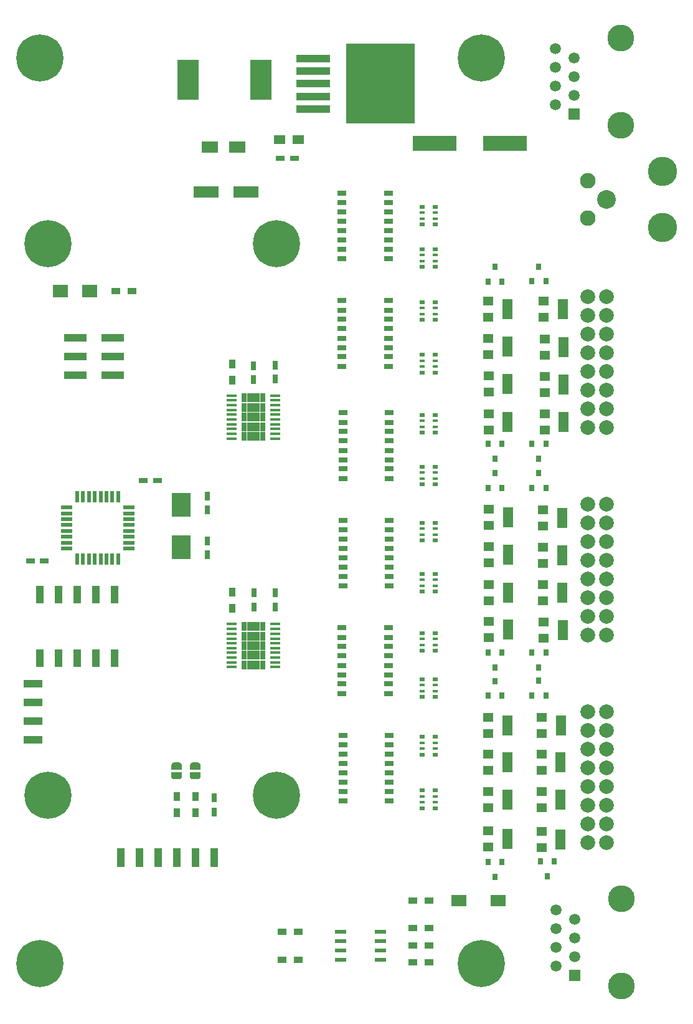
<source format=gbr>
%TF.GenerationSoftware,KiCad,Pcbnew,(5.1.8)-1*%
%TF.CreationDate,2022-01-30T22:11:29-05:00*%
%TF.ProjectId,ElectromagnetController_V3,456c6563-7472-46f6-9d61-676e6574436f,rev?*%
%TF.SameCoordinates,Original*%
%TF.FileFunction,Soldermask,Top*%
%TF.FilePolarity,Negative*%
%FSLAX46Y46*%
G04 Gerber Fmt 4.6, Leading zero omitted, Abs format (unit mm)*
G04 Created by KiCad (PCBNEW (5.1.8)-1) date 2022-01-30 22:11:29*
%MOMM*%
%LPD*%
G01*
G04 APERTURE LIST*
%ADD10R,2.184400X1.625600*%
%ADD11R,4.600000X1.100000*%
%ADD12R,9.400000X10.800000*%
%ADD13R,2.900000X5.400000*%
%ADD14R,1.200000X0.750000*%
%ADD15R,3.500000X1.600000*%
%ADD16R,6.000000X2.000000*%
%ADD17R,0.800000X0.900000*%
%ADD18C,2.000000*%
%ADD19R,1.400000X1.200000*%
%ADD20R,1.400000X2.800000*%
%ADD21R,0.800000X0.500000*%
%ADD22R,0.800000X0.400000*%
%ADD23R,1.300000X0.800000*%
%ADD24C,3.650000*%
%ADD25R,1.500000X1.500000*%
%ADD26C,1.500000*%
%ADD27R,1.000000X2.500000*%
%ADD28R,0.900000X1.200000*%
%ADD29C,0.100000*%
%ADD30R,2.500000X1.000000*%
%ADD31R,0.750000X1.200000*%
%ADD32R,3.150000X1.000000*%
%ADD33R,1.120000X2.440000*%
%ADD34R,1.200000X0.900000*%
%ADD35R,2.000000X1.700000*%
%ADD36R,1.600000X0.550000*%
%ADD37R,0.550000X1.600000*%
%ADD38R,1.500000X1.250000*%
%ADD39C,6.400000*%
%ADD40C,2.108200*%
%ADD41C,3.987800*%
%ADD42C,2.540000*%
%ADD43R,0.800000X1.300000*%
%ADD44R,1.800000X1.300000*%
%ADD45R,1.450000X0.450000*%
%ADD46R,2.000000X1.600000*%
%ADD47R,2.500000X3.325000*%
%ADD48R,1.550000X0.600000*%
%ADD49C,0.800000*%
G04 APERTURE END LIST*
D10*
%TO.C,D2*%
X91770200Y-42164000D03*
X88061800Y-42164000D03*
%TD*%
D11*
%TO.C,U8*%
X102102000Y-30128000D03*
X102102000Y-31828000D03*
X102102000Y-33528000D03*
X102102000Y-35228000D03*
X102102000Y-36928000D03*
D12*
X111252000Y-33528000D03*
%TD*%
D13*
%TO.C,L1*%
X94996000Y-33020000D03*
X85096000Y-33020000D03*
%TD*%
D14*
%TO.C,C8*%
X97668000Y-43688000D03*
X99568000Y-43688000D03*
%TD*%
D15*
%TO.C,C7*%
X87564000Y-48260000D03*
X92964000Y-48260000D03*
%TD*%
D16*
%TO.C,C6*%
X118694000Y-41656000D03*
X128194000Y-41656000D03*
%TD*%
D17*
%TO.C,D14*%
X131876800Y-88417400D03*
X133776800Y-88417400D03*
X132826800Y-86417400D03*
%TD*%
%TO.C,D13*%
X125897600Y-88442800D03*
X127797600Y-88442800D03*
X126847600Y-86442800D03*
%TD*%
%TO.C,D12*%
X125897600Y-116646200D03*
X127797600Y-116646200D03*
X126847600Y-114646200D03*
%TD*%
%TO.C,D11*%
X131876800Y-116630200D03*
X133776800Y-116630200D03*
X132826800Y-114630200D03*
%TD*%
%TO.C,D10*%
X134945200Y-139192000D03*
X133045200Y-139192000D03*
X133995200Y-141192000D03*
%TD*%
%TO.C,D9*%
X127797600Y-139242800D03*
X125897600Y-139242800D03*
X126847600Y-141242800D03*
%TD*%
%TO.C,D8*%
X127797600Y-110820200D03*
X125897600Y-110820200D03*
X126847600Y-112820200D03*
%TD*%
%TO.C,D7*%
X133776800Y-110794800D03*
X131876800Y-110794800D03*
X132826800Y-112794800D03*
%TD*%
%TO.C,D6*%
X127797600Y-82448400D03*
X125897600Y-82448400D03*
X126847600Y-84448400D03*
%TD*%
%TO.C,D5*%
X133776800Y-82448400D03*
X131876800Y-82448400D03*
X132826800Y-84448400D03*
%TD*%
%TO.C,D4*%
X131876800Y-60350400D03*
X133776800Y-60350400D03*
X132826800Y-58350400D03*
%TD*%
%TO.C,D3*%
X125923000Y-60410600D03*
X127823000Y-60410600D03*
X126873000Y-58410600D03*
%TD*%
D14*
%TO.C,C15*%
X80949800Y-87452200D03*
X79049800Y-87452200D03*
%TD*%
%TO.C,C14*%
X63682800Y-98374200D03*
X65582800Y-98374200D03*
%TD*%
D18*
%TO.C,J9*%
X141986000Y-136652000D03*
X139446000Y-136652000D03*
X141986000Y-134112000D03*
X139446000Y-134112000D03*
X141986000Y-131572000D03*
X139446000Y-131572000D03*
X141986000Y-129032000D03*
X139446000Y-129032000D03*
X141986000Y-126492000D03*
X139446000Y-126492000D03*
X141986000Y-123952000D03*
X139446000Y-123952000D03*
X141986000Y-121412000D03*
X139446000Y-121412000D03*
X141986000Y-118872000D03*
X139446000Y-118872000D03*
%TD*%
%TO.C,J8*%
X141986000Y-108458000D03*
X139446000Y-108458000D03*
X141986000Y-105918000D03*
X139446000Y-105918000D03*
X141986000Y-103378000D03*
X139446000Y-103378000D03*
X141986000Y-100838000D03*
X139446000Y-100838000D03*
X141986000Y-98298000D03*
X139446000Y-98298000D03*
X141986000Y-95758000D03*
X139446000Y-95758000D03*
X141986000Y-93218000D03*
X139446000Y-93218000D03*
X141986000Y-90678000D03*
X139446000Y-90678000D03*
%TD*%
%TO.C,J1*%
X141986000Y-80200500D03*
X139446000Y-80200500D03*
X141986000Y-77660500D03*
X139446000Y-77660500D03*
X141986000Y-75120500D03*
X139446000Y-75120500D03*
X141986000Y-72580500D03*
X139446000Y-72580500D03*
X141986000Y-70040500D03*
X139446000Y-70040500D03*
X141986000Y-67500500D03*
X139446000Y-67500500D03*
X141986000Y-64960500D03*
X139446000Y-64960500D03*
X141986000Y-62420500D03*
X139446000Y-62420500D03*
%TD*%
D19*
%TO.C,Q19*%
X133223000Y-121834000D03*
X133223000Y-119634000D03*
D20*
X135823000Y-120734000D03*
%TD*%
D21*
%TO.C,RN11*%
X116967000Y-122244000D03*
D22*
X116967000Y-123844000D03*
X116967000Y-123044000D03*
D21*
X116967000Y-124644000D03*
D22*
X118767000Y-123044000D03*
D21*
X118767000Y-122244000D03*
D22*
X118767000Y-123844000D03*
D21*
X118767000Y-124644000D03*
%TD*%
%TO.C,RN12*%
X116967000Y-129540000D03*
D22*
X116967000Y-131140000D03*
X116967000Y-130340000D03*
D21*
X116967000Y-131940000D03*
D22*
X118767000Y-130340000D03*
D21*
X118767000Y-129540000D03*
D22*
X118767000Y-131140000D03*
D21*
X118767000Y-131940000D03*
%TD*%
D23*
%TO.C,U11*%
X106197000Y-122042000D03*
X106197000Y-123322000D03*
X106197000Y-124582000D03*
X106197000Y-125852000D03*
X106197000Y-127132000D03*
X106197000Y-128402000D03*
X106197000Y-129662000D03*
X106197000Y-130942000D03*
X112497000Y-130942000D03*
X112497000Y-129662000D03*
X112497000Y-128402000D03*
X112497000Y-127132000D03*
X112497000Y-125852000D03*
X112497000Y-124582000D03*
X112497000Y-123322000D03*
X112497000Y-122042000D03*
%TD*%
%TO.C,U9*%
X106070000Y-107437000D03*
X106070000Y-108717000D03*
X106070000Y-109977000D03*
X106070000Y-111247000D03*
X106070000Y-112527000D03*
X106070000Y-113797000D03*
X106070000Y-115057000D03*
X106070000Y-116337000D03*
X112370000Y-116337000D03*
X112370000Y-115057000D03*
X112370000Y-113797000D03*
X112370000Y-112527000D03*
X112370000Y-111247000D03*
X112370000Y-109977000D03*
X112370000Y-108717000D03*
X112370000Y-107437000D03*
%TD*%
%TO.C,U7*%
X106070000Y-48382000D03*
X106070000Y-49662000D03*
X106070000Y-50922000D03*
X106070000Y-52192000D03*
X106070000Y-53472000D03*
X106070000Y-54742000D03*
X106070000Y-56002000D03*
X106070000Y-57282000D03*
X112370000Y-57282000D03*
X112370000Y-56002000D03*
X112370000Y-54742000D03*
X112370000Y-53472000D03*
X112370000Y-52192000D03*
X112370000Y-50922000D03*
X112370000Y-49662000D03*
X112370000Y-48382000D03*
%TD*%
%TO.C,U5*%
X106197000Y-92832000D03*
X106197000Y-94112000D03*
X106197000Y-95372000D03*
X106197000Y-96642000D03*
X106197000Y-97922000D03*
X106197000Y-99192000D03*
X106197000Y-100452000D03*
X106197000Y-101732000D03*
X112497000Y-101732000D03*
X112497000Y-100452000D03*
X112497000Y-99192000D03*
X112497000Y-97922000D03*
X112497000Y-96642000D03*
X112497000Y-95372000D03*
X112497000Y-94112000D03*
X112497000Y-92832000D03*
%TD*%
%TO.C,U4*%
X106197000Y-78227000D03*
X106197000Y-79507000D03*
X106197000Y-80767000D03*
X106197000Y-82037000D03*
X106197000Y-83317000D03*
X106197000Y-84587000D03*
X106197000Y-85847000D03*
X106197000Y-87127000D03*
X112497000Y-87127000D03*
X112497000Y-85847000D03*
X112497000Y-84587000D03*
X112497000Y-83317000D03*
X112497000Y-82037000D03*
X112497000Y-80767000D03*
X112497000Y-79507000D03*
X112497000Y-78227000D03*
%TD*%
%TO.C,U3*%
X106070000Y-62987000D03*
X106070000Y-64267000D03*
X106070000Y-65527000D03*
X106070000Y-66797000D03*
X106070000Y-68077000D03*
X106070000Y-69347000D03*
X106070000Y-70607000D03*
X106070000Y-71887000D03*
X112370000Y-71887000D03*
X112370000Y-70607000D03*
X112370000Y-69347000D03*
X112370000Y-68077000D03*
X112370000Y-66797000D03*
X112370000Y-65527000D03*
X112370000Y-64267000D03*
X112370000Y-62987000D03*
%TD*%
D24*
%TO.C,J2*%
X144018000Y-144242500D03*
X144018000Y-156112500D03*
D25*
X137668000Y-154622500D03*
D26*
X135128000Y-153352500D03*
X137668000Y-152082500D03*
X135128000Y-150812500D03*
X137668000Y-149542500D03*
X135128000Y-148272500D03*
X137668000Y-147002500D03*
X135128000Y-145732500D03*
%TD*%
D27*
%TO.C,J5*%
X75946000Y-138684000D03*
X78486000Y-138684000D03*
X81026000Y-138684000D03*
X83566000Y-138684000D03*
X86106000Y-138684000D03*
X88646000Y-138684000D03*
%TD*%
D28*
%TO.C,R11*%
X86106000Y-132588000D03*
X86106000Y-130388000D03*
%TD*%
%TO.C,R10*%
X83566000Y-132588000D03*
X83566000Y-130388000D03*
%TD*%
D29*
%TO.C,JP2*%
G36*
X85356602Y-126208000D02*
G01*
X85356602Y-126183466D01*
X85361412Y-126134635D01*
X85370984Y-126086510D01*
X85385228Y-126039555D01*
X85404005Y-125994222D01*
X85427136Y-125950949D01*
X85454396Y-125910150D01*
X85485524Y-125872221D01*
X85520221Y-125837524D01*
X85558150Y-125806396D01*
X85598949Y-125779136D01*
X85642222Y-125756005D01*
X85687555Y-125737228D01*
X85734510Y-125722984D01*
X85782635Y-125713412D01*
X85831466Y-125708602D01*
X85856000Y-125708602D01*
X85856000Y-125708000D01*
X86356000Y-125708000D01*
X86356000Y-125708602D01*
X86380534Y-125708602D01*
X86429365Y-125713412D01*
X86477490Y-125722984D01*
X86524445Y-125737228D01*
X86569778Y-125756005D01*
X86613051Y-125779136D01*
X86653850Y-125806396D01*
X86691779Y-125837524D01*
X86726476Y-125872221D01*
X86757604Y-125910150D01*
X86784864Y-125950949D01*
X86807995Y-125994222D01*
X86826772Y-126039555D01*
X86841016Y-126086510D01*
X86850588Y-126134635D01*
X86855398Y-126183466D01*
X86855398Y-126208000D01*
X86856000Y-126208000D01*
X86856000Y-126708000D01*
X85356000Y-126708000D01*
X85356000Y-126208000D01*
X85356602Y-126208000D01*
G37*
G36*
X86856000Y-127008000D02*
G01*
X86856000Y-127508000D01*
X86855398Y-127508000D01*
X86855398Y-127532534D01*
X86850588Y-127581365D01*
X86841016Y-127629490D01*
X86826772Y-127676445D01*
X86807995Y-127721778D01*
X86784864Y-127765051D01*
X86757604Y-127805850D01*
X86726476Y-127843779D01*
X86691779Y-127878476D01*
X86653850Y-127909604D01*
X86613051Y-127936864D01*
X86569778Y-127959995D01*
X86524445Y-127978772D01*
X86477490Y-127993016D01*
X86429365Y-128002588D01*
X86380534Y-128007398D01*
X86356000Y-128007398D01*
X86356000Y-128008000D01*
X85856000Y-128008000D01*
X85856000Y-128007398D01*
X85831466Y-128007398D01*
X85782635Y-128002588D01*
X85734510Y-127993016D01*
X85687555Y-127978772D01*
X85642222Y-127959995D01*
X85598949Y-127936864D01*
X85558150Y-127909604D01*
X85520221Y-127878476D01*
X85485524Y-127843779D01*
X85454396Y-127805850D01*
X85427136Y-127765051D01*
X85404005Y-127721778D01*
X85385228Y-127676445D01*
X85370984Y-127629490D01*
X85361412Y-127581365D01*
X85356602Y-127532534D01*
X85356602Y-127508000D01*
X85356000Y-127508000D01*
X85356000Y-127008000D01*
X86856000Y-127008000D01*
G37*
%TD*%
%TO.C,JP1*%
G36*
X82816602Y-126208000D02*
G01*
X82816602Y-126183466D01*
X82821412Y-126134635D01*
X82830984Y-126086510D01*
X82845228Y-126039555D01*
X82864005Y-125994222D01*
X82887136Y-125950949D01*
X82914396Y-125910150D01*
X82945524Y-125872221D01*
X82980221Y-125837524D01*
X83018150Y-125806396D01*
X83058949Y-125779136D01*
X83102222Y-125756005D01*
X83147555Y-125737228D01*
X83194510Y-125722984D01*
X83242635Y-125713412D01*
X83291466Y-125708602D01*
X83316000Y-125708602D01*
X83316000Y-125708000D01*
X83816000Y-125708000D01*
X83816000Y-125708602D01*
X83840534Y-125708602D01*
X83889365Y-125713412D01*
X83937490Y-125722984D01*
X83984445Y-125737228D01*
X84029778Y-125756005D01*
X84073051Y-125779136D01*
X84113850Y-125806396D01*
X84151779Y-125837524D01*
X84186476Y-125872221D01*
X84217604Y-125910150D01*
X84244864Y-125950949D01*
X84267995Y-125994222D01*
X84286772Y-126039555D01*
X84301016Y-126086510D01*
X84310588Y-126134635D01*
X84315398Y-126183466D01*
X84315398Y-126208000D01*
X84316000Y-126208000D01*
X84316000Y-126708000D01*
X82816000Y-126708000D01*
X82816000Y-126208000D01*
X82816602Y-126208000D01*
G37*
G36*
X84316000Y-127008000D02*
G01*
X84316000Y-127508000D01*
X84315398Y-127508000D01*
X84315398Y-127532534D01*
X84310588Y-127581365D01*
X84301016Y-127629490D01*
X84286772Y-127676445D01*
X84267995Y-127721778D01*
X84244864Y-127765051D01*
X84217604Y-127805850D01*
X84186476Y-127843779D01*
X84151779Y-127878476D01*
X84113850Y-127909604D01*
X84073051Y-127936864D01*
X84029778Y-127959995D01*
X83984445Y-127978772D01*
X83937490Y-127993016D01*
X83889365Y-128002588D01*
X83840534Y-128007398D01*
X83816000Y-128007398D01*
X83816000Y-128008000D01*
X83316000Y-128008000D01*
X83316000Y-128007398D01*
X83291466Y-128007398D01*
X83242635Y-128002588D01*
X83194510Y-127993016D01*
X83147555Y-127978772D01*
X83102222Y-127959995D01*
X83058949Y-127936864D01*
X83018150Y-127909604D01*
X82980221Y-127878476D01*
X82945524Y-127843779D01*
X82914396Y-127805850D01*
X82887136Y-127765051D01*
X82864005Y-127721778D01*
X82845228Y-127676445D01*
X82830984Y-127629490D01*
X82821412Y-127581365D01*
X82816602Y-127532534D01*
X82816602Y-127508000D01*
X82816000Y-127508000D01*
X82816000Y-127008000D01*
X84316000Y-127008000D01*
G37*
%TD*%
D19*
%TO.C,Q15*%
X126051000Y-108796000D03*
X126051000Y-106596000D03*
D20*
X128651000Y-107696000D03*
%TD*%
D19*
%TO.C,Q24*%
X133193000Y-137287000D03*
X133193000Y-135087000D03*
D20*
X135793000Y-136187000D03*
%TD*%
D19*
%TO.C,Q23*%
X125924000Y-137244000D03*
X125924000Y-135044000D03*
D20*
X128524000Y-136144000D03*
%TD*%
D19*
%TO.C,Q22*%
X133193000Y-131910000D03*
X133193000Y-129710000D03*
D20*
X135793000Y-130810000D03*
%TD*%
D19*
%TO.C,Q17*%
X125924000Y-131846500D03*
X125924000Y-129646500D03*
D20*
X128524000Y-130746500D03*
%TD*%
D30*
%TO.C,J7*%
X64008000Y-122682000D03*
X64008000Y-120142000D03*
X64008000Y-117602000D03*
X64008000Y-115062000D03*
%TD*%
D21*
%TO.C,RN10*%
X116967000Y-114433500D03*
D22*
X116967000Y-116033500D03*
X116967000Y-115233500D03*
D21*
X116967000Y-116833500D03*
D22*
X118767000Y-115233500D03*
D21*
X118767000Y-114433500D03*
D22*
X118767000Y-116033500D03*
D21*
X118767000Y-116833500D03*
%TD*%
%TO.C,RN9*%
X116967000Y-108164604D03*
D22*
X116967000Y-109764604D03*
X116967000Y-108964604D03*
D21*
X116967000Y-110564604D03*
D22*
X118767000Y-108964604D03*
D21*
X118767000Y-108164604D03*
D22*
X118767000Y-109764604D03*
D21*
X118767000Y-110564604D03*
%TD*%
%TO.C,RN8*%
X116967000Y-100101500D03*
D22*
X116967000Y-101701500D03*
X116967000Y-100901500D03*
D21*
X116967000Y-102501500D03*
D22*
X118767000Y-100901500D03*
D21*
X118767000Y-100101500D03*
D22*
X118767000Y-101701500D03*
D21*
X118767000Y-102501500D03*
%TD*%
%TO.C,RN7*%
X116967000Y-93154500D03*
D22*
X116967000Y-94754500D03*
X116967000Y-93954500D03*
D21*
X116967000Y-95554500D03*
D22*
X118767000Y-93954500D03*
D21*
X118767000Y-93154500D03*
D22*
X118767000Y-94754500D03*
D21*
X118767000Y-95554500D03*
%TD*%
%TO.C,RN6*%
X116967000Y-85547940D03*
D22*
X116967000Y-87147940D03*
X116967000Y-86347940D03*
D21*
X116967000Y-87947940D03*
D22*
X118767000Y-86347940D03*
D21*
X118767000Y-85547940D03*
D22*
X118767000Y-87147940D03*
D21*
X118767000Y-87947940D03*
%TD*%
%TO.C,RN5*%
X116967000Y-78511500D03*
D22*
X116967000Y-80111500D03*
X116967000Y-79311500D03*
D21*
X116967000Y-80911500D03*
D22*
X118767000Y-79311500D03*
D21*
X118767000Y-78511500D03*
D22*
X118767000Y-80111500D03*
D21*
X118767000Y-80911500D03*
%TD*%
%TO.C,RN4*%
X116967000Y-70345500D03*
D22*
X116967000Y-71945500D03*
X116967000Y-71145500D03*
D21*
X116967000Y-72745500D03*
D22*
X118767000Y-71145500D03*
D21*
X118767000Y-70345500D03*
D22*
X118767000Y-71945500D03*
D21*
X118767000Y-72745500D03*
%TD*%
%TO.C,RN3*%
X116967000Y-63182500D03*
D22*
X116967000Y-64782500D03*
X116967000Y-63982500D03*
D21*
X116967000Y-65582500D03*
D22*
X118767000Y-63982500D03*
D21*
X118767000Y-63182500D03*
D22*
X118767000Y-64782500D03*
D21*
X118767000Y-65582500D03*
%TD*%
%TO.C,RN2*%
X116967000Y-55994500D03*
D22*
X116967000Y-57594500D03*
X116967000Y-56794500D03*
D21*
X116967000Y-58394500D03*
D22*
X118767000Y-56794500D03*
D21*
X118767000Y-55994500D03*
D22*
X118767000Y-57594500D03*
D21*
X118767000Y-58394500D03*
%TD*%
%TO.C,RN1*%
X116967000Y-50228500D03*
D22*
X116967000Y-51828500D03*
X116967000Y-51028500D03*
D21*
X116967000Y-52628500D03*
D22*
X118767000Y-51028500D03*
D21*
X118767000Y-50228500D03*
D22*
X118767000Y-51828500D03*
D21*
X118767000Y-52628500D03*
%TD*%
D19*
%TO.C,Q21*%
X133193000Y-126830000D03*
X133193000Y-124630000D03*
D20*
X135793000Y-125730000D03*
%TD*%
D19*
%TO.C,Q20*%
X125924000Y-126830000D03*
X125924000Y-124630000D03*
D20*
X128524000Y-125730000D03*
%TD*%
D19*
%TO.C,Q18*%
X125924000Y-121834000D03*
X125924000Y-119634000D03*
D20*
X128524000Y-120734000D03*
%TD*%
D19*
%TO.C,Q16*%
X133477000Y-108839000D03*
X133477000Y-106639000D03*
D20*
X136077000Y-107739000D03*
%TD*%
D19*
%TO.C,Q14*%
X133413500Y-103736500D03*
X133413500Y-101536500D03*
D20*
X136013500Y-102636500D03*
%TD*%
D19*
%TO.C,Q13*%
X126047500Y-103736500D03*
X126047500Y-101536500D03*
D20*
X128647500Y-102636500D03*
%TD*%
D19*
%TO.C,Q12*%
X133413500Y-98656500D03*
X133413500Y-96456500D03*
D20*
X136013500Y-97556500D03*
%TD*%
D19*
%TO.C,Q11*%
X126047500Y-98636000D03*
X126047500Y-96436000D03*
D20*
X128647500Y-97536000D03*
%TD*%
D19*
%TO.C,Q10*%
X133413500Y-93619500D03*
X133413500Y-91419500D03*
D20*
X136013500Y-92519500D03*
%TD*%
D19*
%TO.C,Q9*%
X126051000Y-93556000D03*
X126051000Y-91356000D03*
D20*
X128651000Y-92456000D03*
%TD*%
D19*
%TO.C,Q8*%
X133604000Y-80602000D03*
X133604000Y-78402000D03*
D20*
X136204000Y-79502000D03*
%TD*%
D19*
%TO.C,Q7*%
X125984000Y-80559000D03*
X125984000Y-78359000D03*
D20*
X128584000Y-79459000D03*
%TD*%
D19*
%TO.C,Q6*%
X133604000Y-75479000D03*
X133604000Y-73279000D03*
D20*
X136204000Y-74379000D03*
%TD*%
D19*
%TO.C,Q5*%
X125984000Y-75395000D03*
X125984000Y-73195000D03*
D20*
X128584000Y-74295000D03*
%TD*%
D19*
%TO.C,Q4*%
X133604000Y-70399000D03*
X133604000Y-68199000D03*
D20*
X136204000Y-69299000D03*
%TD*%
D19*
%TO.C,Q3*%
X125924000Y-70315000D03*
X125924000Y-68115000D03*
D20*
X128524000Y-69215000D03*
%TD*%
D19*
%TO.C,Q2*%
X133477000Y-65278000D03*
X133477000Y-63078000D03*
D20*
X136077000Y-64178000D03*
%TD*%
D19*
%TO.C,Q1*%
X125924000Y-65235000D03*
X125924000Y-63035000D03*
D20*
X128524000Y-64135000D03*
%TD*%
D31*
%TO.C,C13*%
X93980000Y-71823500D03*
X93980000Y-73723500D03*
%TD*%
%TO.C,C9*%
X94107000Y-102679500D03*
X94107000Y-104579500D03*
%TD*%
D32*
%TO.C,J4*%
X69801500Y-68008500D03*
X74851500Y-68008500D03*
X69801500Y-70548500D03*
X74851500Y-70548500D03*
X69801500Y-73088500D03*
X74851500Y-73088500D03*
%TD*%
D33*
%TO.C,SW2*%
X75120500Y-102946500D03*
X64960500Y-111556500D03*
X72580500Y-102946500D03*
X67500500Y-111556500D03*
X70040500Y-102946500D03*
X70040500Y-111556500D03*
X67500500Y-102946500D03*
X72580500Y-111556500D03*
X64960500Y-102946500D03*
X75120500Y-111556500D03*
%TD*%
D34*
%TO.C,R9*%
X75270000Y-61658500D03*
X77470000Y-61658500D03*
%TD*%
D35*
%TO.C,D1*%
X71786500Y-61658500D03*
X67786500Y-61658500D03*
%TD*%
D36*
%TO.C,U1*%
X77080000Y-96672000D03*
X77080000Y-95872000D03*
X77080000Y-95072000D03*
X77080000Y-94272000D03*
X77080000Y-93472000D03*
X77080000Y-92672000D03*
X77080000Y-91872000D03*
X77080000Y-91072000D03*
D37*
X75630000Y-89622000D03*
X74830000Y-89622000D03*
X74030000Y-89622000D03*
X73230000Y-89622000D03*
X72430000Y-89622000D03*
X71630000Y-89622000D03*
X70830000Y-89622000D03*
X70030000Y-89622000D03*
D36*
X68580000Y-91072000D03*
X68580000Y-91872000D03*
X68580000Y-92672000D03*
X68580000Y-93472000D03*
X68580000Y-94272000D03*
X68580000Y-95072000D03*
X68580000Y-95872000D03*
X68580000Y-96672000D03*
D37*
X70030000Y-98122000D03*
X70830000Y-98122000D03*
X71630000Y-98122000D03*
X72430000Y-98122000D03*
X73230000Y-98122000D03*
X74030000Y-98122000D03*
X74830000Y-98122000D03*
X75630000Y-98122000D03*
%TD*%
D38*
%TO.C,C12*%
X100076000Y-41148000D03*
X97576000Y-41148000D03*
%TD*%
D39*
%TO.C,H8*%
X97155000Y-130175000D03*
%TD*%
%TO.C,H7*%
X97155000Y-55245000D03*
%TD*%
%TO.C,H6*%
X66040000Y-130175000D03*
%TD*%
%TO.C,H5*%
X66040000Y-55245000D03*
%TD*%
D40*
%TO.C,J3*%
X139446000Y-46736000D03*
X139446000Y-51816000D03*
D41*
X149606000Y-45466000D03*
X149606000Y-53086000D03*
D42*
X141986000Y-49276000D03*
%TD*%
D43*
%TO.C,U6*%
X95310000Y-107255000D03*
D44*
X94010000Y-112455000D03*
X94010000Y-111155000D03*
X94010000Y-107255000D03*
X94010000Y-108555000D03*
D45*
X91060000Y-106935000D03*
X91060000Y-107585000D03*
X91060000Y-108235000D03*
X91060000Y-108885000D03*
X91060000Y-109525000D03*
X91060000Y-110185000D03*
X91060000Y-110825000D03*
X91060000Y-111475000D03*
X91060000Y-112125000D03*
X91060000Y-112775000D03*
X96960000Y-112775000D03*
X96960000Y-112125000D03*
X96960000Y-111475000D03*
X96960000Y-110825000D03*
X96960000Y-110185000D03*
X96960000Y-109525000D03*
X96960000Y-108885000D03*
X96960000Y-108235000D03*
X96960000Y-107585000D03*
X96960000Y-106935000D03*
D44*
X94010000Y-109855000D03*
D43*
X92710000Y-107255000D03*
X92710000Y-108555000D03*
X92710000Y-109855000D03*
X92710000Y-111155000D03*
X92710000Y-112455000D03*
X95310000Y-112455000D03*
X95310000Y-111155000D03*
X95310000Y-109855000D03*
X95310000Y-108555000D03*
%TD*%
%TO.C,U2*%
X95310000Y-76200000D03*
D44*
X94010000Y-81400000D03*
X94010000Y-80100000D03*
X94010000Y-76200000D03*
X94010000Y-77500000D03*
D45*
X91060000Y-75880000D03*
X91060000Y-76530000D03*
X91060000Y-77180000D03*
X91060000Y-77830000D03*
X91060000Y-78470000D03*
X91060000Y-79130000D03*
X91060000Y-79770000D03*
X91060000Y-80420000D03*
X91060000Y-81070000D03*
X91060000Y-81720000D03*
X96960000Y-81720000D03*
X96960000Y-81070000D03*
X96960000Y-80420000D03*
X96960000Y-79770000D03*
X96960000Y-79130000D03*
X96960000Y-78470000D03*
X96960000Y-77830000D03*
X96960000Y-77180000D03*
X96960000Y-76530000D03*
X96960000Y-75880000D03*
D44*
X94010000Y-78800000D03*
D43*
X92710000Y-76200000D03*
X92710000Y-77500000D03*
X92710000Y-78800000D03*
X92710000Y-80100000D03*
X92710000Y-81400000D03*
X95310000Y-81400000D03*
X95310000Y-80100000D03*
X95310000Y-78800000D03*
X95310000Y-77500000D03*
%TD*%
D46*
%TO.C,SW1*%
X127320000Y-144526000D03*
X121920000Y-144526000D03*
%TD*%
D28*
%TO.C,R8*%
X91122500Y-102595500D03*
X91122500Y-104795500D03*
%TD*%
%TO.C,R7*%
X91122500Y-71564500D03*
X91122500Y-73764500D03*
%TD*%
D34*
%TO.C,R6*%
X115656000Y-148209000D03*
X117856000Y-148209000D03*
%TD*%
%TO.C,R5*%
X115697000Y-150622000D03*
X117897000Y-150622000D03*
%TD*%
%TO.C,R4*%
X117897000Y-152908000D03*
X115697000Y-152908000D03*
%TD*%
%TO.C,R3*%
X97876000Y-152527000D03*
X100076000Y-152527000D03*
%TD*%
%TO.C,R2*%
X97876000Y-148717000D03*
X100076000Y-148717000D03*
%TD*%
%TO.C,R1*%
X115656000Y-144526000D03*
X117856000Y-144526000D03*
%TD*%
D24*
%TO.C,J6*%
X143954500Y-27275500D03*
X143954500Y-39145500D03*
D25*
X137604500Y-37655500D03*
D26*
X135064500Y-36385500D03*
X137604500Y-35115500D03*
X135064500Y-33845500D03*
X137604500Y-32575500D03*
X135064500Y-31305500D03*
X137604500Y-30035500D03*
X135064500Y-28765500D03*
%TD*%
D31*
%TO.C,C5*%
X96964500Y-102679500D03*
X96964500Y-104579500D03*
%TD*%
%TO.C,C4*%
X96964500Y-71760000D03*
X96964500Y-73660000D03*
%TD*%
%TO.C,C3*%
X88646000Y-132456000D03*
X88646000Y-130556000D03*
%TD*%
D47*
%TO.C,Y1*%
X84201000Y-96511500D03*
X84201000Y-90686500D03*
%TD*%
D48*
%TO.C,U10*%
X105852000Y-148717000D03*
X105852000Y-149987000D03*
X105852000Y-151257000D03*
X105852000Y-152527000D03*
X111252000Y-152527000D03*
X111252000Y-151257000D03*
X111252000Y-149987000D03*
X111252000Y-148717000D03*
%TD*%
D31*
%TO.C,C2*%
X87757000Y-91435000D03*
X87757000Y-89535000D03*
%TD*%
%TO.C,C1*%
X87757000Y-95631000D03*
X87757000Y-97531000D03*
%TD*%
D39*
%TO.C,H4*%
X125000000Y-153000000D03*
D49*
X127400000Y-153000000D03*
X126697056Y-154697056D03*
X125000000Y-155400000D03*
X123302944Y-154697056D03*
X122600000Y-153000000D03*
X123302944Y-151302944D03*
X125000000Y-150600000D03*
X126697056Y-151302944D03*
%TD*%
D39*
%TO.C,H3*%
X125000000Y-30000000D03*
D49*
X127400000Y-30000000D03*
X126697056Y-31697056D03*
X125000000Y-32400000D03*
X123302944Y-31697056D03*
X122600000Y-30000000D03*
X123302944Y-28302944D03*
X125000000Y-27600000D03*
X126697056Y-28302944D03*
%TD*%
D39*
%TO.C,H2*%
X65000000Y-153000000D03*
D49*
X67400000Y-153000000D03*
X66697056Y-154697056D03*
X65000000Y-155400000D03*
X63302944Y-154697056D03*
X62600000Y-153000000D03*
X63302944Y-151302944D03*
X65000000Y-150600000D03*
X66697056Y-151302944D03*
%TD*%
D39*
%TO.C,H1*%
X65000000Y-30000000D03*
D49*
X67400000Y-30000000D03*
X66697056Y-31697056D03*
X65000000Y-32400000D03*
X63302944Y-31697056D03*
X62600000Y-30000000D03*
X63302944Y-28302944D03*
X65000000Y-27600000D03*
X66697056Y-28302944D03*
%TD*%
M02*

</source>
